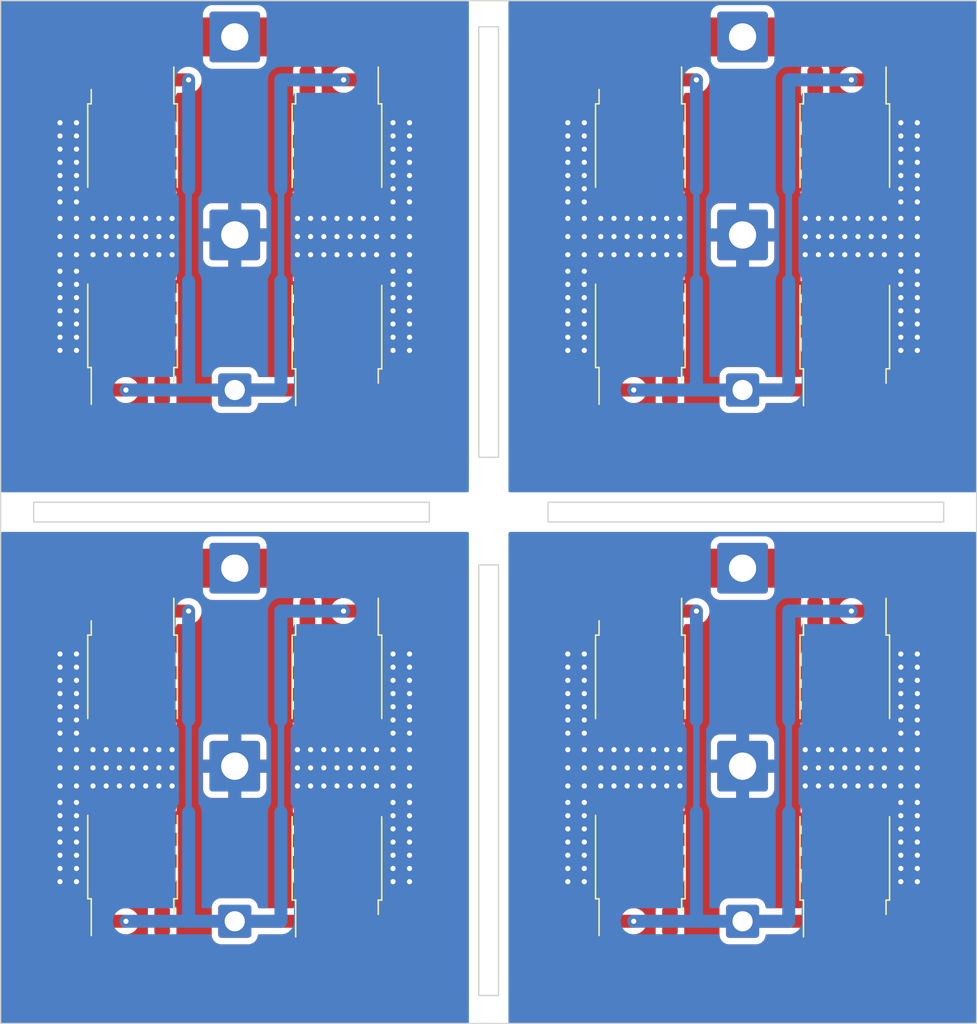
<source format=kicad_pcb>
(kicad_pcb (version 20221018) (generator pcbnew)
  (layers (0 "F.Cu" signal) (31 "B.Cu" signal) (34 "B.Paste" user) (35 "F.Paste" user) (36 "B.SilkS" user "B.Silkscreen") (37 "F.SilkS" user "F.Silkscreen") (38 "B.Mask" user) (39 "F.Mask" user) (44 "Edge.Cuts" user))
  (net 0 "")
  (net 1 "Net-(J1-Pin_1)")
  (net 2 "Net-(J2-Pin_1)")
  (net 3 "Net-(J3-Pin_1)")
  (footprint "Connector_Wire:SolderWire-1.5sqmm_1x01_D1.7mm_OD3.9mm" (layer "F.Cu") (at 94.234 97.028)
    (fp_text reference "J1" hide)
    (fp_text value "Drain")
  )
  (footprint "Package_TO_SOT_SMD:TO-252-2" (layer "F.Cu") (at 86.36 90.248 -90)
    (fp_text reference "Q3" hide)
    (fp_text value "NCE3090")
  )
  (footprint "Package_TO_SOT_SMD:TO-252-2" (layer "F.Cu") (at 141.225 63.133 90)
    (fp_text reference "Q2" hide)
    (fp_text value "NCE3090")
  )
  (footprint "Connector_Wire:SolderWire-1.5sqmm_1x01_D1.7mm_OD3.9mm" (layer "F.Cu") (at 133.351 56.134)
    (fp_text reference "J1" hide)
    (fp_text value "Drain")
  )
  (footprint "Connector_Wire:SolderWire-1.5sqmm_1x01_D1.7mm_OD3.9mm" (layer "F.Cu") (at 133.351 97.028)
    (fp_text reference "J1" hide)
    (fp_text value "Drain")
  )
  (footprint "Package_TO_SOT_SMD:TO-252-2" (layer "F.Cu") (at 102.108 63.133 90)
    (fp_text reference "Q2" hide)
    (fp_text value "NCE3090")
  )
  (footprint "Package_TO_SOT_SMD:TO-252-2" (layer "F.Cu") (at 141.225 49.354 -90)
    (fp_text reference "Q4" hide)
    (fp_text value "NCE3090")
  )
  (footprint "Package_TO_SOT_SMD:TO-252-2" (layer "F.Cu") (at 86.36 49.354 -90)
    (fp_text reference "Q3" hide)
    (fp_text value "NCE3090")
  )
  (footprint "Package_TO_SOT_SMD:TO-252-2" (layer "F.Cu") (at 125.477 90.248 -90)
    (fp_text reference "Q3" hide)
    (fp_text value "NCE3090")
  )
  (footprint "Package_TO_SOT_SMD:TO-252-2" (layer "F.Cu") (at 125.478 63.032 90)
    (fp_text reference "Q1" hide)
    (fp_text value "NCE3090")
  )
  (footprint "Connector_Wire:SolderWire-1.5sqmm_1x01_D1.7mm_OD3.9mm" (layer "F.Cu") (at 133.351 81.788)
    (fp_text reference "J3" hide)
    (fp_text value "Source")
  )
  (footprint "Package_TO_SOT_SMD:TO-252-2" (layer "F.Cu") (at 102.108 104.027 90)
    (fp_text reference "Q2" hide)
    (fp_text value "NCE3090")
  )
  (footprint "Connector_Wire:SolderWire-0.75sqmm_1x01_D1.25mm_OD2.3mm" (layer "F.Cu") (at 133.351 108.966)
    (fp_text reference "J2" hide)
    (fp_text value "Gate")
  )
  (footprint "Connector_Wire:SolderWire-1.5sqmm_1x01_D1.7mm_OD3.9mm" (layer "F.Cu") (at 94.234 81.788)
    (fp_text reference "J3" hide)
    (fp_text value "Source")
  )
  (footprint "Connector_Wire:SolderWire-1.5sqmm_1x01_D1.7mm_OD3.9mm" (layer "F.Cu") (at 94.234 56.134)
    (fp_text reference "J1" hide)
    (fp_text value "Drain")
  )
  (footprint "Connector_Wire:SolderWire-1.5sqmm_1x01_D1.7mm_OD3.9mm" (layer "F.Cu") (at 133.351 40.894)
    (fp_text reference "J3" hide)
    (fp_text value "Source")
  )
  (footprint "Package_TO_SOT_SMD:TO-252-2" (layer "F.Cu") (at 102.108 49.354 -90)
    (fp_text reference "Q4" hide)
    (fp_text value "NCE3090")
  )
  (footprint "Package_TO_SOT_SMD:TO-252-2" (layer "F.Cu") (at 86.361 103.926 90)
    (fp_text reference "Q1" hide)
    (fp_text value "NCE3090")
  )
  (footprint "Connector_Wire:SolderWire-0.75sqmm_1x01_D1.25mm_OD2.3mm" (layer "F.Cu") (at 133.351 68.072)
    (fp_text reference "J2" hide)
    (fp_text value "Gate")
  )
  (footprint "Package_TO_SOT_SMD:TO-252-2" (layer "F.Cu") (at 125.477 49.354 -90)
    (fp_text reference "Q3" hide)
    (fp_text value "NCE3090")
  )
  (footprint "Package_TO_SOT_SMD:TO-252-2" (layer "F.Cu") (at 86.361 63.032 90)
    (fp_text reference "Q1" hide)
    (fp_text value "NCE3090")
  )
  (footprint "Connector_Wire:SolderWire-1.5sqmm_1x01_D1.7mm_OD3.9mm" (layer "F.Cu") (at 94.234 40.894)
    (fp_text reference "J3" hide)
    (fp_text value "Source")
  )
  (footprint "Connector_Wire:SolderWire-0.75sqmm_1x01_D1.25mm_OD2.3mm" (layer "F.Cu") (at 94.234 108.966)
    (fp_text reference "J2" hide)
    (fp_text value "Gate")
  )
  (footprint "Package_TO_SOT_SMD:TO-252-2" (layer "F.Cu") (at 141.225 104.027 90)
    (fp_text reference "Q2" hide)
    (fp_text value "NCE3090")
  )
  (footprint "Package_TO_SOT_SMD:TO-252-2" (layer "F.Cu") (at 102.108 90.248 -90)
    (fp_text reference "Q4" hide)
    (fp_text value "NCE3090")
  )
  (footprint "Package_TO_SOT_SMD:TO-252-2" (layer "F.Cu") (at 125.478 103.926 90)
    (fp_text reference "Q1" hide)
    (fp_text value "NCE3090")
  )
  (footprint "Connector_Wire:SolderWire-0.75sqmm_1x01_D1.25mm_OD2.3mm" (layer "F.Cu") (at 94.234 68.072)
    (fp_text reference "J2" hide)
    (fp_text value "Gate")
  )
  (footprint "Package_TO_SOT_SMD:TO-252-2" (layer "F.Cu") (at 141.225 90.248 -90)
    (fp_text reference "Q4" hide)
    (fp_text value "NCE3090")
  )
  (gr_rect (start 118.365 76.708) (end 148.845 78.232) (stroke (width 0.1)) (fill none) (layer "Edge.Cuts"))
  (gr_rect (start 78.74 76.708) (end 109.22 78.232) (stroke (width 0.1)) (fill none) (layer "Edge.Cuts"))
  (gr_rect (start 113.03 81.534) (end 114.554 114.681) (stroke (width 0.1)) (fill none) (layer "Edge.Cuts"))
  (gr_rect (start 113.03 40.1066) (end 114.554 73.2536) (stroke (width 0.1)) (fill none) (layer "Edge.Cuts"))
  (gr_rect (start 76.2 38.1) (end 151.384 116.84) (stroke (width 0.1)) (fill none) (layer "Edge.Cuts"))
  (via (at 106.426 104.902) (size 0.8) (drill 0.4) (layers "F.Cu" "B.Cu") (net 1))
  (via (at 102.108 98.552) (size 0.8) (drill 0.4) (layers "F.Cu" "B.Cu") (net 1))
  (via (at 146.813 47.498) (size 0.8) (drill 0.4) (layers "F.Cu" "B.Cu") (net 1))
  (via (at 107.696 64.008) (size 0.8) (drill 0.4) (layers "F.Cu" "B.Cu") (net 1))
  (via (at 119.889 94.488) (size 0.8) (drill 0.4) (layers "F.Cu" "B.Cu") (net 1))
  (via (at 145.543 61.976) (size 0.8) (drill 0.4) (layers "F.Cu" "B.Cu") (net 1))
  (via (at 145.543 89.408) (size 0.8) (drill 0.4) (layers "F.Cu" "B.Cu") (net 1))
  (via (at 103.124 95.758) (size 0.8) (drill 0.4) (layers "F.Cu" "B.Cu") (net 1))
  (via (at 107.696 94.488) (size 0.8) (drill 0.4) (layers "F.Cu" "B.Cu") (net 1))
  (via (at 103.124 57.658) (size 0.8) (drill 0.4) (layers "F.Cu" "B.Cu") (net 1))
  (via (at 103.124 98.552) (size 0.8) (drill 0.4) (layers "F.Cu" "B.Cu") (net 1))
  (via (at 88.392 56.261) (size 0.8) (drill 0.4) (layers "F.Cu" "B.Cu") (net 1))
  (via (at 145.543 50.546) (size 0.8) (drill 0.4) (layers "F.Cu" "B.Cu") (net 1))
  (via (at 125.477 57.658) (size 0.8) (drill 0.4) (layers "F.Cu" "B.Cu") (net 1))
  (via (at 80.772 52.578) (size 0.8) (drill 0.4) (layers "F.Cu" "B.Cu") (net 1))
  (via (at 144.273 57.658) (size 0.8) (drill 0.4) (layers "F.Cu" "B.Cu") (net 1))
  (via (at 86.36 98.552) (size 0.8) (drill 0.4) (layers "F.Cu" "B.Cu") (net 1))
  (via (at 107.696 103.886) (size 0.8) (drill 0.4) (layers "F.Cu" "B.Cu") (net 1))
  (via (at 145.543 59.944) (size 0.8) (drill 0.4) (layers "F.Cu" "B.Cu") (net 1))
  (via (at 122.429 95.758) (size 0.8) (drill 0.4) (layers "F.Cu" "B.Cu") (net 1))
  (via (at 80.772 95.758) (size 0.8) (drill 0.4) (layers "F.Cu" "B.Cu") (net 1))
  (via (at 107.696 47.498) (size 0.8) (drill 0.4) (layers "F.Cu" "B.Cu") (net 1))
  (via (at 140.209 57.658) (size 0.8) (drill 0.4) (layers "F.Cu" "B.Cu") (net 1))
  (via (at 123.445 98.552) (size 0.8) (drill 0.4) (layers "F.Cu" "B.Cu") (net 1))
  (via (at 106.426 102.87) (size 0.8) (drill 0.4) (layers "F.Cu" "B.Cu") (net 1))
  (via (at 107.696 99.822) (size 0.8) (drill 0.4) (layers "F.Cu" "B.Cu") (net 1))
  (via (at 80.772 65.024) (size 0.8) (drill 0.4) (layers "F.Cu" "B.Cu") (net 1))
  (via (at 119.889 64.008) (size 0.8) (drill 0.4) (layers "F.Cu" "B.Cu") (net 1))
  (via (at 86.36 95.758) (size 0.8) (drill 0.4) (layers "F.Cu" "B.Cu") (net 1))
  (via (at 145.543 56.261) (size 0.8) (drill 0.4) (layers "F.Cu" "B.Cu") (net 1))
  (via (at 119.889 101.854) (size 0.8) (drill 0.4) (layers "F.Cu" "B.Cu") (net 1))
  (via (at 140.209 56.261) (size 0.8) (drill 0.4) (layers "F.Cu" "B.Cu") (net 1))
  (via (at 87.376 54.864) (size 0.8) (drill 0.4) (layers "F.Cu" "B.Cu") (net 1))
  (via (at 119.889 65.024) (size 0.8) (drill 0.4) (layers "F.Cu" "B.Cu") (net 1))
  (via (at 121.159 101.854) (size 0.8) (drill 0.4) (layers "F.Cu" "B.Cu") (net 1))
  (via (at 80.772 100.838) (size 0.8) (drill 0.4) (layers "F.Cu" "B.Cu") (net 1))
  (via (at 105.156 97.155) (size 0.8) (drill 0.4) (layers "F.Cu" "B.Cu") (net 1))
  (via (at 80.772 99.822) (size 0.8) (drill 0.4) (layers "F.Cu" "B.Cu") (net 1))
  (via (at 105.156 95.758) (size 0.8) (drill 0.4) (layers "F.Cu" "B.Cu") (net 1))
  (via (at 119.889 91.44) (size 0.8) (drill 0.4) (layers "F.Cu" "B.Cu") (net 1))
  (via (at 119.889 61.976) (size 0.8) (drill 0.4) (layers "F.Cu" "B.Cu") (net 1))
  (via (at 87.376 57.658) (size 0.8) (drill 0.4) (layers "F.Cu" "B.Cu") (net 1))
  (via (at 80.772 64.008) (size 0.8) (drill 0.4) (layers "F.Cu" "B.Cu") (net 1))
  (via (at 106.426 57.658) (size 0.8) (drill 0.4) (layers "F.Cu" "B.Cu") (net 1))
  (via (at 101.092 57.658) (size 0.8) (drill 0.4) (layers "F.Cu" "B.Cu") (net 1))
  (via (at 87.376 56.261) (size 0.8) (drill 0.4) (layers "F.Cu" "B.Cu") (net 1))
  (via (at 128.525 97.155) (size 0.8) (drill 0.4) (layers "F.Cu" "B.Cu") (net 1))
  (via (at 106.426 93.472) (size 0.8) (drill 0.4) (layers "F.Cu" "B.Cu") (net 1))
  (via (at 146.813 89.408) (size 0.8) (drill 0.4) (layers "F.Cu" "B.Cu") (net 1))
  (via (at 144.273 95.758) (size 0.8) (drill 0.4) (layers "F.Cu" "B.Cu") (net 1))
  (via (at 106.426 105.918) (size 0.8) (drill 0.4) (layers "F.Cu" "B.Cu") (net 1))
  (via (at 146.813 51.562) (size 0.8) (drill 0.4) (layers "F.Cu" "B.Cu") (net 1))
  (via (at 145.543 100.838) (size 0.8) (drill 0.4) (layers "F.Cu" "B.Cu") (net 1))
  (via (at 143.257 95.758) (size 0.8) (drill 0.4) (layers "F.Cu" "B.Cu") (net 1))
  (via (at 82.042 50.546) (size 0.8) (drill 0.4) (layers "F.Cu" "B.Cu") (net 1))
  (via (at 119.889 93.472) (size 0.8) (drill 0.4) (layers "F.Cu" "B.Cu") (net 1))
  (via (at 146.813 48.514) (size 0.8) (drill 0.4) (layers "F.Cu" "B.Cu") (net 1))
  (via (at 121.159 92.456) (size 0.8) (drill 0.4) (layers "F.Cu" "B.Cu") (net 1))
  (via (at 128.525 95.758) (size 0.8) (drill 0.4) (layers "F.Cu" "B.Cu") (net 1))
  (via (at 82.042 90.424) (size 0.8) (drill 0.4) (layers "F.Cu" "B.Cu") (net 1))
  (via (at 80.772 61.976) (size 0.8) (drill 0.4) (layers "F.Cu" "B.Cu") (net 1))
  (via (at 106.426 50.546) (size 0.8) (drill 0.4) (layers "F.Cu" "B.Cu") (net 1))
  (via (at 145.543 99.822) (size 0.8) (drill 0.4) (layers "F.Cu" "B.Cu") (net 1))
  (via (at 82.042 103.886) (size 0.8) (drill 0.4) (layers "F.Cu" "B.Cu") (net 1))
  (via (at 119.889 88.392) (size 0.8) (drill 0.4) (layers "F.Cu" "B.Cu") (net 1))
  (via (at 145.543 54.864) (size 0.8) (drill 0.4) (layers "F.Cu" "B.Cu") (net 1))
  (via (at 119.889 97.155) (size 0.8) (drill 0.4) (layers "F.Cu" "B.Cu") (net 1))
  (via (at 146.813 91.44) (size 0.8) (drill 0.4) (layers "F.Cu" "B.Cu") (net 1))
  (via (at 145.543 49.53) (size 0.8) (drill 0.4) (layers "F.Cu" "B.Cu") (net 1))
  (via (at 146.813 53.594) (size 0.8) (drill 0.4) (layers "F.Cu" "B.Cu") (net 1))
  (via (at 80.772 88.392) (size 0.8) (drill 0.4) (layers "F.Cu" "B.Cu") (net 1))
  (via (at 138.177 56.261) (size 0.8) (drill 0.4) (layers "F.Cu" "B.Cu") (net 1))
  (via (at 146.813 57.658) (size 0.8) (drill 0.4) (layers "F.Cu" "B.Cu") (net 1))
  (via (at 138.177 98.552) (size 0.8) (drill 0.4) (layers "F.Cu" "B.Cu") (net 1))
  (via (at 125.477 95.758) (size 0.8) (drill 0.4) (layers "F.Cu" "B.Cu") (net 1))
  (via (at 146.813 104.902) (size 0.8) (drill 0.4) (layers "F.Cu" "B.Cu") (net 1))
  (via (at 85.344 56.261) (size 0.8) (drill 0.4) (layers "F.Cu" "B.Cu") (net 1))
  (via (at 80.772 93.472) (size 0.8) (drill 0.4) (layers "F.Cu" "B.Cu") (net 1))
  (via (at 86.36 54.864) (size 0.8) (drill 0.4) (layers "F.Cu" "B.Cu") (net 1))
  (via (at 126.493 56.261) (size 0.8) (drill 0.4) (layers "F.Cu" "B.Cu") (net 1))
  (via (at 80.772 62.992) (size 0.8) (drill 0.4) (layers "F.Cu" "B.Cu") (net 1))
  (via (at 89.408 95.758) (size 0.8) (drill 0.4) (layers "F.Cu" "B.Cu") (net 1))
  (via (at 106.426 94.488) (size 0.8) (drill 0.4) (layers "F.Cu" "B.Cu") (net 1))
  (via (at 145.543 58.928) (size 0.8) (drill 0.4) (layers "F.Cu" "B.Cu") (net 1))
  (via (at 107.696 100.838) (size 0.8) (drill 0.4) (layers "F.Cu" "B.Cu") (net 1))
  (via (at 84.328 56.261) (size 0.8) (drill 0.4) (layers "F.Cu" "B.Cu") (net 1))
  (via (at 139.193 97.155) (size 0.8) (drill 0.4) (layers "F.Cu" "B.Cu") (net 1))
  (via (at 145.543 64.008) (size 0.8) (drill 0.4) (layers "F.Cu" "B.Cu") (net 1))
  (via (at 119.889 92.456) (size 0.8) (drill 0.4) (layers "F.Cu" "B.Cu") (net 1))
  (via (at 141.225 95.758) (size 0.8) (drill 0.4) (layers "F.Cu" "B.Cu") (net 1))
  (via (at 119.889 103.886) (size 0.8) (drill 0.4) (layers "F.Cu" "B.Cu") (net 1))
  (via (at 80.772 59.944) (size 0.8) (drill 0.4) (layers "F.Cu" "B.Cu") (net 1))
  (via (at 146.813 105.918) (size 0.8) (drill 0.4) (layers "F.Cu" "B.Cu") (net 1))
  (via (at 80.772 58.928) (size 0.8) (drill 0.4) (layers "F.Cu" "B.Cu") (net 1))
  (via (at 80.772 104.902) (size 0.8) (drill 0.4) (layers "F.Cu" "B.Cu") (net 1))
  (via (at 146.813 90.424) (size 0.8) (drill 0.4) (layers "F.Cu" "B.Cu") (net 1))
  (via (at 145.543 51.562) (size 0.8) (drill 0.4) (layers "F.Cu" "B.Cu") (net 1))
  (via (at 146.813 93.472) (size 0.8) (drill 0.4) (layers "F.Cu" "B.Cu") (net 1))
  (via (at 80.772 56.261) (size 0.8) (drill 0.4) (layers "F.Cu" "B.Cu") (net 1))
  (via (at 106.426 62.992) (size 0.8) (drill 0.4) (layers "F.Cu" "B.Cu") (net 1))
  (via (at 89.408 56.261) (size 0.8) (drill 0.4) (layers "F.Cu" "B.Cu") (net 1))
  (via (at 99.06 56.261) (size 0.8) (drill 0.4) (layers "F.Cu" "B.Cu") (net 1))
  (via (at 82.042 98.552) (size 0.8) (drill 0.4) (layers "F.Cu" "B.Cu") (net 1))
  (via (at 82.042 53.594) (size 0.8) (drill 0.4) (layers "F.Cu" "B.Cu") (net 1))
  (via (at 107.696 50.546) (size 0.8) (drill 0.4) (layers "F.Cu" "B.Cu") (net 1))
  (via (at 80.772 60.96) (size 0.8) (drill 0.4) (layers "F.Cu" "B.Cu") (net 1))
  (via (at 85.344 97.155) (size 0.8) (drill 0.4) (layers "F.Cu" "B.Cu") (net 1))
  (via (at 80.772 103.886) (size 0.8) (drill 0.4) (layers "F.Cu" "B.Cu") (net 1))
  (via (at 146.813 50.546) (size 0.8) (drill 0.4) (layers "F.Cu" "B.Cu") (net 1))
  (via (at 121.159 102.87) (size 0.8) (drill 0.4) (layers "F.Cu" "B.Cu") (net 1))
  (via (at 145.543 65.024) (size 0.8) (drill 0.4) (layers "F.Cu" "B.Cu") (net 1))
  (via (at 125.477 98.552) (size 0.8) (drill 0.4) (layers "F.Cu" "B.Cu") (net 1))
  (via (at 105.156 54.864) (size 0.8) (drill 0.4) (layers "F.Cu" "B.Cu") (net 1))
  (via (at 145.543 91.44) (size 0.8) (drill 0.4) (layers "F.Cu" "B.Cu") (net 1))
  (via (at 80.772 92.456) (size 0.8) (drill 0.4) (layers "F.Cu" "B.Cu") (net 1))
  (via (at 124.461 95.758) (size 0.8) (drill 0.4) (layers "F.Cu" "B.Cu") (net 1))
  (via (at 146.813 95.758) (size 0.8) (drill 0.4) (layers "F.Cu" "B.Cu") (net 1))
  (via (at 103.124 97.155) (size 0.8) (drill 0.4) (layers "F.Cu" "B.Cu") (net 1))
  (via (at 126.493 98.552) (size 0.8) (drill 0.4) (layers "F.Cu" "B.Cu") (net 1))
  (via (at 80.772 105.918) (size 0.8) (drill 0.4) (layers "F.Cu" "B.Cu") (net 1))
  (via (at 122.429 57.658) (size 0.8) (drill 0.4) (layers "F.Cu" "B.Cu") (net 1))
  (via (at 121.159 49.53) (size 0.8) (drill 0.4) (layers "F.Cu" "B.Cu") (net 1))
  (via (at 89.408 54.864) (size 0.8) (drill 0.4) (layers "F.Cu" "B.Cu") (net 1))
  (via (at 121.159 94.488) (size 0.8) (drill 0.4) (layers "F.Cu" "B.Cu") (net 1))
  (via (at 107.696 105.918) (size 0.8) (drill 0.4) (layers "F.Cu" "B.Cu") (net 1))
  (via (at 80.772 97.155) (size 0.8) (drill 0.4) (layers "F.Cu" "B.Cu") (net 1))
  (via (at 83.312 98.552) (size 0.8) (drill 0.4) (layers "F.Cu" "B.Cu") (net 1))
  (via (at 126.493 95.758) (size 0.8) (drill 0.4) (layers "F.Cu" "B.Cu") (net 1))
  (via (at 143.257 54.864) (size 0.8) (drill 0.4) (layers "F.Cu" "B.Cu") (net 1))
  (via (at 141.225 54.864) (size 0.8) (drill 0.4) (layers "F.Cu" "B.Cu") (net 1))
  (via (at 104.14 98.552) (size 0.8) (drill 0.4) (layers "F.Cu" "B.Cu") (net 1))
  (via (at 141.225 98.552) (size 0.8) (drill 0.4) (layers "F.Cu" "B.Cu") (net 1))
  (via (at 140.209 98.552) (size 0.8) (drill 0.4) (layers "F.Cu" "B.Cu") (net 1))
  (via (at 99.06 54.864) (size 0.8) (drill 0.4) (layers "F.Cu" "B.Cu") (net 1))
  (via (at 84.328 54.864) (size 0.8) (drill 0.4) (layers "F.Cu" "B.Cu") (net 1))
  (via (at 122.429 54.864) (size 0.8) (drill 0.4) (layers "F.Cu" "B.Cu") (net 1))
  (via (at 82.042 61.976) (size 0.8) (drill 0.4) (layers "F.Cu" "B.Cu") (net 1))
  (via (at 84.328 98.552) (size 0.8) (drill 0.4) (layers "F.Cu" "B.Cu") (net 1))
  (via (at 145.543 52.578) (size 0.8) (drill 0.4) (layers "F.Cu" "B.Cu") (net 1))
  (via (at 102.108 54.864) (size 0.8) (drill 0.4) (layers "F.Cu" "B.Cu") (net 1))
  (via (at 106.426 54.864) (size 0.8) (drill 0.4) (layers "F.Cu" "B.Cu") (net 1))
  (via (at 121.159 62.992) (size 0.8) (drill 0.4) (layers "F.Cu" "B.Cu") (net 1))
  (via (at 119.889 104.902) (size 0.8) (drill 0.4) (layers "F.Cu" "B.Cu") (net 1))
  (via (at 107.696 104.902) (size 0.8) (drill 0.4) (layers "F.Cu" "B.Cu") (net 1))
  (via (at 106.426 47.498) (size 0.8) (drill 0.4) (layers "F.Cu" "B.Cu") (net 1))
  (via (at 106.426 52.578) (size 0.8) (drill 0.4) (layers "F.Cu" "B.Cu") (net 1))
  (via (at 106.426 53.594) (size 0.8) (drill 0.4) (layers "F.Cu" "B.Cu") (net 1))
  (via (at 102.108 56.261) (size 0.8) (drill 0.4) (layers "F.Cu" "B.Cu") (net 1))
  (via (at 145.543 104.902) (size 0.8) (drill 0.4) (layers "F.Cu" "B.Cu") (net 1))
  (via (at 82.042 47.498) (size 0.8) (drill 0.4) (layers "F.Cu" "B.Cu") (net 1))
  (via (at 83.312 56.261) (size 0.8) (drill 0.4) (layers "F.Cu" "B.Cu") (net 1))
  (via (at 80.772 101.854) (size 0.8) (drill 0.4) (layers "F.Cu" "B.Cu") (net 1))
  (via (at 139.193 98.552) (size 0.8) (drill 0.4) (layers "F.Cu" "B.Cu") (net 1))
  (via (at 85.344 98.552) (size 0.8) (drill 0.4) (layers "F.Cu" "B.Cu") (net 1))
  (via (at 143.257 56.261) (size 0.8) (drill 0.4) (layers "F.Cu" "B.Cu") (net 1))
  (via (at 82.042 88.392) (size 0.8) (drill 0.4) (layers "F.Cu" "B.Cu") (net 1))
  (via (at 82.042 49.53) (size 0.8) (drill 0.4) (layers "F.Cu" "B.Cu") (net 1))
  (via (at 101.092 97.155) (size 0.8) (drill 0.4) (layers "F.Cu" "B.Cu") (net 1))
  (via (at 128.525 57.658) (size 0.8) (drill 0.4) (layers "F.Cu" "B.Cu") (net 1))
  (via (at 145.543 62.992) (size 0.8) (drill 0.4) (layers "F.Cu" "B.Cu") (net 1))
  (via (at 101.092 56.261) (size 0.8) (drill 0.4) (layers "F.Cu" "B.Cu") (net 1))
  (via (at 80.772 94.488) (size 0.8) (drill 0.4) (layers "F.Cu" "B.Cu") (net 1))
  (via (at 144.273 97.155) (size 0.8) (drill 0.4) (layers "F.Cu" "B.Cu") (net 1))
  (via (at 144.273 56.261) (size 0.8) (drill 0.4) (layers "F.Cu" "B.Cu") (net 1))
  (via (at 107.696 60.96) (size 0.8) (drill 0.4) (layers "F.Cu" "B.Cu") (net 1))
  (via (at 146.813 64.008) (size 0.8) (drill 0.4) (layers "F.Cu" "B.Cu") (net 1))
  (via (at 99.06 95.758) (size 0.8) (drill 0.4) (layers "F.Cu" "B.Cu") (net 1))
  (via (at 140.209 54.864) (size 0.8) (drill 0.4) (layers "F.Cu" "B.Cu") (net 1))
  (via (at 121.159 98.552) (size 0.8) (drill 0.4) (layers "F.Cu" "B.Cu") (net 1))
  (via (at 142.241 98.552) (size 0.8) (drill 0.4) (layers "F.Cu" "B.Cu") (net 1))
  (via (at 106.426 58.928) (size 0.8) (drill 0.4) (layers "F.Cu" "B.Cu") (net 1))
  (via (at 84.328 95.758) (size 0.8) (drill 0.4) (layers "F.Cu" "B.Cu") (net 1))
  (via (at 107.696 88.392) (size 0.8) (drill 0.4) (layers "F.Cu" "B.Cu") (net 1))
  (via (at 146.813 97.155) (size 0.8) (drill 0.4) (layers "F.Cu" "B.Cu") (net 1))
  (via (at 89.408 97.155) (size 0.8) (drill 0.4) (layers "F.Cu" "B.Cu") (net 1))
  (via (at 84.328 97.155) (size 0.8) (drill 0.4) (layers "F.Cu" "B.Cu") (net 1))
  (via (at 82.042 60.96) (size 0.8) (drill 0.4) (layers "F.Cu" "B.Cu") (net 1))
  (via (at 107.696 58.928) (size 0.8) (drill 0.4) (layers "F.Cu" "B.Cu") (net 1))
  (via (at 80.772 90.424) (size 0.8) (drill 0.4) (layers "F.Cu" "B.Cu") (net 1))
  (via (at 126.493 57.658) (size 0.8) (drill 0.4) (layers "F.Cu" "B.Cu") (net 1))
  (via (at 106.426 59.944) (size 0.8) (drill 0.4) (layers "F.Cu" "B.Cu") (net 1))
  (via (at 121.159 51.562) (size 0.8) (drill 0.4) (layers "F.Cu" "B.Cu") (net 1))
  (via (at 107.696 61.976) (size 0.8) (drill 0.4) (layers "F.Cu" "B.Cu") (net 1))
  (via (at 82.042 99.822) (size 0.8) (drill 0.4) (layers "F.Cu" "B.Cu") (net 1))
  (via (at 88.392 54.864) (size 0.8) (drill 0.4) (layers "F.Cu" "B.Cu") (net 1))
  (via (at 100.076 97.155) (size 0.8) (drill 0.4) (layers "F.Cu" "B.Cu") (net 1))
  (via (at 142.241 54.864) (size 0.8) (drill 0.4) (layers "F.Cu" "B.Cu") (net 1))
  (via (at 145.543 92.456) (size 0.8) (drill 0.4) (layers "F.Cu" "B.Cu") (net 1))
  (via (at 106.426 64.008) (size 0.8) (drill 0.4) (layers "F.Cu" "B.Cu") (net 1))
  (via (at 124.461 98.552) (size 0.8) (drill 0.4) (layers "F.Cu" "B.Cu") (net 1))
  (via (at 124.461 56.261) (size 0.8) (drill 0.4) (layers "F.Cu" "B.Cu") (net 1))
  (via (at 107.696 102.87) (size 0.8) (drill 0.4) (layers "F.Cu" "B.Cu") (net 1))
  (via (at 119.889 105.918) (size 0.8) (drill 0.4) (layers "F.Cu" "B.Cu") (net 1))
  (via (at 145.543 105.918) (size 0.8) (drill 0.4) (layers "F.Cu" "B.Cu") (net 1))
  (via (at 143.257 98.552) (size 0.8) (drill 0.4) (layers "F.Cu" "B.Cu") (net 1))
  (via (at 106.426 97.155) (size 0.8) (drill 0.4) (layers "F.Cu" "B.Cu") (net 1))
  (via (at 127.509 56.261) (size 0.8) (drill 0.4) (layers "F.Cu" "B.Cu") (net 1))
  (via (at 119.889 99.822) (size 0.8) (drill 0.4) (layers "F.Cu" "B.Cu") (net 1))
  (via (at 82.042 58.928) (size 0.8) (drill 0.4) (layers "F.Cu" "B.Cu") (net 1))
  (via (at 107.696 56.261) (size 0.8) (drill 0.4) (layers "F.Cu" "B.Cu") (net 1))
  (via (at 119.889 57.658) (size 0.8) (drill 0.4) (layers "F.Cu" "B.Cu") (net 1))
  (via (at 121.159 50.546) (size 0.8) (drill 0.4) (layers "F.Cu" "B.Cu") (net 1))
  (via (at 86.36 97.155) (size 0.8) (drill 0.4) (layers "F.Cu" "B.Cu") (net 1))
  (via (at 106.426 61.976) (size 0.8) (drill 0.4) (layers "F.Cu" "B.Cu") (net 1))
  (via (at 125.477 97.155) (size 0.8) (drill 0.4) (layers "F.Cu" "B.Cu") (net 1))
  (via (at 88.392 95.758) (size 0.8) (drill 0.4) (layers "F.Cu" "B.Cu") (net 1))
  (via (at 82.042 57.658) (size 0.8) (drill 0.4) (layers "F.Cu" "B.Cu") (net 1))
  (via (at 121.159 58.928) (size 0.8) (drill 0.4) (layers "F.Cu" "B.Cu") (net 1))
  (via (at 119.889 95.758) (size 0.8) (drill 0.4) (layers "F.Cu" "B.Cu") (net 1))
  (via (at 128.525 56.261) (size 0.8) (drill 0.4) (layers "F.Cu" "B.Cu") (net 1))
  (via (at 138.177 57.658) (size 0.8) (drill 0.4) (layers "F.Cu" "B.Cu") (net 1))
  (via (at 142.241 56.261) (size 0.8) (drill 0.4) (layers "F.Cu" "B.Cu") (net 1))
  (via (at 123.445 57.658) (size 0.8) (drill 0.4) (layers "F.Cu" "B.Cu") (net 1))
  (via (at 106.426 92.456) (size 0.8) (drill 0.4) (layers "F.Cu" "B.Cu") (net 1))
  (via (at 82.042 51.562) (size 0.8) (drill 0.4) (layers "F.Cu" "B.Cu") (net 1))
  (via (at 127.509 98.552) (size 0.8) (drill 0.4) (layers "F.Cu" "B.Cu") (net 1))
  (via (at 124.461 97.155) (size 0.8) (drill 0.4) (layers "F.Cu" "B.Cu") (net 1))
  (via (at 145.543 90.424) (size 0.8) (drill 0.4) (layers "F.Cu" "B.Cu") (net 1))
  (via (at 143.257 57.658) (size 0.8) (drill 0.4) (layers "F.Cu" "B.Cu") (net 1))
  (via (at 146.813 88.392) (size 0.8) (drill 0.4) (layers "F.Cu" "B.Cu") (net 1))
  (via (at 142.241 57.658) (size 0.8) (drill 0.4) (layers "F.Cu" "B.Cu") (net 1))
  (via (at 119.889 51.562) (size 0.8) (drill 0.4) (layers "F.Cu" "B.Cu") (net 1))
  (via (at 82.042 93.472) (size 0.8) (drill 0.4) (layers "F.Cu" "B.Cu") (net 1))
  (via (at 102.108 57.658) (size 0.8) (drill 0.4) (layers "F.Cu" "B.Cu") (net 1))
  (via (at 107.696 48.514) (size 0.8) (drill 0.4) (layers "F.Cu" "B.Cu") (net 1))
  (via (at 121.159 88.392) (size 0.8) (drill 0.4) (layers "F.Cu" "B.Cu") (net 1))
  (via (at 145.543 102.87) (size 0.8) (drill 0.4) (layers "F.Cu" "B.Cu") (net 1))
  (via (at 121.159 59.944) (size 0.8) (drill 0.4) (layers "F.Cu" "B.Cu") (net 1))
  (via (at 80.772 47.498) (size 0.8) (drill 0.4) (layers "F.Cu" "B.Cu") (net 1))
  (via (at 146.813 56.261) (size 0.8) (drill 0.4) (layers "F.Cu" "B.Cu") (net 1))
  (via (at 119.889 49.53) (size 0.8) (drill 0.4) (layers "F.Cu" "B.Cu") (net 1))
  (via (at 119.889 58.928) (size 0.8) (drill 0.4) (layers "F.Cu" "B.Cu") (net 1))
  (via (at 119.889 47.498) (size 0.8) (drill 0.4) (layers "F.Cu" "B.Cu") (net 1))
  (via (at 80.772 53.594) (size 0.8) (drill 0.4) (layers "F.Cu" "B.Cu") (net 1))
  (via (at 139.193 95.758) (size 0.8) (drill 0.4) (layers "F.Cu" "B.Cu") (net 1))
  (via (at 127.509 95.758) (size 0.8) (drill 0.4) (layers "F.Cu" "B.Cu") (net 1))
  (via (at 121.159 99.822) (size 0.8) (drill 0.4) (layers "F.Cu" "B.Cu") (net 1))
  (via (at 82.042 102.87) (size 0.8) (drill 0.4) (layers "F.Cu" "B.Cu") (net 1))
  (via (at 80.772 49.53) (size 0.8) (drill 0.4) (layers "F.Cu" "B.Cu") (net 1))
  (via (at 104.14 97.155) (size 0.8) (drill 0.4) (layers "F.Cu" "B.Cu") (net 1))
  (via (at 139.193 56.261) (size 0.8) (drill 0.4) (layers "F.Cu" "B.Cu") (net 1))
  (via (at 107.696 54.864) (size 0.8) (drill 0.4) (layers "F.Cu" "B.Cu") (net 1))
  (via (at 87.376 95.758) (size 0.8) (drill 0.4) (layers "F.Cu" "B.Cu") (net 1))
  (via (at 99.06 57.658) (size 0.8) (drill 0.4) (layers "F.Cu" "B.Cu") (net 1))
  (via (at 121.159 54.864) (size 0.8) (drill 0.4) (layers "F.Cu" "B.Cu") (net 1))
  (via (at 106.426 60.96) (size 0.8) (drill 0.4) (layers "F.Cu" "B.Cu") (net 1))
  (via (at 145.543 101.854) (size 0.8) (drill 0.4) (layers "F.Cu" "B.Cu") (net 1))
  (via (at 146.813 92.456) (size 0.8) (drill 0.4) (layers "F.Cu" "B.Cu") (net 1))
  (via (at 82.042 91.44) (size 0.8) (drill 0.4) (layers "F.Cu" "B.Cu") (net 1))
  (via (at 145.543 93.472) (size 0.8) (drill 0.4) (layers "F.Cu" "B.Cu") (net 1))
  (via (at 82.042 105.918) (size 0.8) (drill 0.4) (layers "F.Cu" "B.Cu") (net 1))
  (via (at 121.159 65.024) (size 0.8) (drill 0.4) (layers "F.Cu" "B.Cu") (net 1))
  (via (at 101.092 95.758) (size 0.8) (drill 0.4) (layers "F.Cu" "B.Cu") (net 1))
  (via (at 119.889 62.992) (size 0.8) (drill 0.4) (layers "F.Cu" "B.Cu") (net 1))
  (via (at 82.042 64.008) (size 0.8) (drill 0.4) (layers "F.Cu" "B.Cu") (net 1))
  (via (at 146.813 103.886) (size 0.8) (drill 0.4) (layers "F.Cu" "B.Cu") (net 1))
  (via (at 104.14 95.758) (size 0.8) (drill 0.4) (layers "F.Cu" "B.Cu") (net 1))
  (via (at 146.813 54.864) (size 0.8) (drill 0.4) (layers "F.Cu" "B.Cu") (net 1))
  (via (at 124.461 57.658) (size 0.8) (drill 0.4) (layers "F.Cu" "B.Cu") (net 1))
  (via (at 99.06 98.552) (size 0.8) (drill 0.4) (layers "F.Cu" "B.Cu") (net 1))
  (via (at 106.426 101.854) (size 0.8) (drill 0.4) (layers "F.Cu" "B.Cu") (net 1))
  (via (at 107.696 93.472) (size 0.8) (drill 0.4) (layers "F.Cu" "B.Cu") (net 1))
  (via (at 119.889 59.944) (size 0.8) (drill 0.4) (layers "F.Cu" "B.Cu") (net 1))
  (via (at 122.429 97.155) (size 0.8) (drill 0.4) (layers "F.Cu" "B.Cu") (net 1))
  (via (at 125.477 54.864) (size 0.8) (drill 0.4) (layers "F.Cu" "B.Cu") (net 1))
  (via (at 80.772 51.562) (size 0.8) (drill 0.4) (layers "F.Cu" "B.Cu") (net 1))
  (via (at 121.159 56.261) (size 0.8) (drill 0.4) (layers "F.Cu" "B.Cu") (net 1))
  (via (at 146.813 52.578) (size 0.8) (drill 0.4) (layers "F.Cu" "B.Cu") (net 1))
  (via (at 104.14 57.658) (size 0.8) (drill 0.4) (layers "F.Cu" "B.Cu") (net 1))
  (via (at 107.696 91.44) (size 0.8) (drill 0.4) (layers "F.Cu" "B.Cu") (net 1))
  (via (at 138.177 97.155) (size 0.8) (drill 0.4) (layers "F.Cu" "B.Cu") (net 1))
  (via (at 82.042 54.864) (size 0.8) (drill 0.4) (layers "F.Cu" "B.Cu") (net 1))
  (via (at 82.042 59.944) (size 0.8) (drill 0.4) (layers "F.Cu" "B.Cu") (net 1))
  (via (at 82.042 48.514) (size 0.8) (drill 0.4) (layers "F.Cu" "B.Cu") (net 1))
  (via (at 107.696 89.408) (size 0.8) (drill 0.4) (layers "F.Cu" "B.Cu") (net 1))
  (via (at 80.772 98.552) (size 0.8) (drill 0.4) (layers "F.Cu" "B.Cu") (net 1))
  (via (at 121.159 64.008) (size 0.8) (drill 0.4) (layers "F.Cu" "B.Cu") (net 1))
  (via (at 145.543 57.658) (size 0.8) (drill 0.4) (layers "F.Cu" "B.Cu") (net 1))
  (via (at 119.889 89.408) (size 0.8) (drill 0.4) (layers "F.Cu" "B.Cu") (net 1))
  (via (at 100.076 95.758) (size 0.8) (drill 0.4) (layers "F.Cu" "B.Cu") (net 1))
  (via (at 106.426 90.424) (size 0.8) (drill 0.4) (layers "F.Cu" "B.Cu") (net 1))
  (via (at 83.312 97.155) (size 0.8) (drill 0.4) (layers "F.Cu" "B.Cu") (net 1))
  (via (at 106.426 103.886) (size 0.8) (drill 0.4) (layers "F.Cu" "B.Cu") (net 1))
  (via (at 107.696 95.758) (size 0.8) (drill 0.4) (layers "F.Cu" "B.Cu") (net 1))
  (via (at 119.889 50.546) (size 0.8) (drill 0.4) (layers "F.Cu" "B.Cu") (net 1))
  (via (at 127.509 97.155) (size 0.8) (drill 0.4) (layers "F.Cu" "B.Cu") (net 1))
  (via (at 146.813 49.53) (size 0.8) (drill 0.4) (layers "F.Cu" "B.Cu") (net 1))
  (via (at 82.042 104.902) (size 0.8) (drill 0.4) (layers "F.Cu" "B.Cu") (net 1))
  (via (at 144.273 98.552) (size 0.8) (drill 0.4) (layers "F.Cu" "B.Cu") (net 1))
  (via (at 82.042 100.838) (size 0.8) (drill 0.4) (layers "F.Cu" "B.Cu") (net 1))
  (via (at 82.042 97.155) (size 0.8) (drill 0.4) (layers "F.Cu" "B.Cu") (net 1))
  (via (at 107.696 65.024) (size 0.8) (drill 0.4) (layers "F.Cu" "B.Cu") (net 1))
  (via (at 119.889 56.261) (size 0.8) (drill 0.4) (layers "F.Cu" "B.Cu") (net 1))
  (via (at 121.159 53.594) (size 0.8) (drill 0.4) (layers "F.Cu" "B.Cu") (net 1))
  (via (at 121.159 100.838) (size 0.8) (drill 0.4) (layers "F.Cu" "B.Cu") (net 1))
  (via (at 128.525 54.864) (size 0.8) (drill 0.4) (layers "F.Cu" "B.Cu") (net 1))
  (via (at 85.344 54.864) (size 0.8) (drill 0.4) (layers "F.Cu" "B.Cu") (net 1))
  (via (at 119.889 60.96) (size 0.8) (drill 0.4) (layers "F.Cu" "B.Cu") (net 1))
  (via (at 107.696 101.854) (size 0.8) (drill 0.4) (layers "F.Cu" "B.Cu") (net 1))
  (via (at 128.525 98.552) (size 0.8) (drill 0.4) (layers "F.Cu" "B.Cu") (net 1))
  (via (at 121.159 89.408) (size 0.8) (drill 0.4) (layers "F.Cu" "B.Cu") (net 1))
  (via (at 119.889 102.87) (size 0.8) (drill 0.4) (layers "F.Cu" "B.Cu") (net 1))
  (via (at 82.042 89.408) (size 0.8) (drill 0.4) (layers "F.Cu" "B.Cu") (net 1))
  (via (at 145.543 94.488) (size 0.8) (drill 0.4) (layers "F.Cu" "B.Cu") (net 1))
  (via (at 146.813 101.854) (size 0.8) (drill 0.4) (layers "F.Cu" "B.Cu") (net 1))
  (via (at 138.177 95.758) (size 0.8) (drill 0.4) (layers "F.Cu" "B.Cu") (net 1))
  (via (at 80.772 57.658) (size 0.8) (drill 0.4) (layers "F.Cu" "B.Cu") (net 1))
  (via (at 87.376 97.155) (size 0.8) (drill 0.4) (layers "F.Cu" "B.Cu") (net 1))
  (via (at 107.696 59.944) (size 0.8) (drill 0.4) (layers "F.Cu" "B.Cu") (net 1))
  (via (at 123.445 54.864) (size 0.8) (drill 0.4) (layers "F.Cu" "B.Cu") (net 1))
  (via (at 126.493 54.864) (size 0.8) (drill 0.4) (layers "F.Cu" "B.Cu") (net 1))
  (via (at 82.042 95.758) (size 0.8) (drill 0.4) (layers "F.Cu" "B.Cu") (net 1))
  (via (at 106.426 100.838) (size 0.8) (drill 0.4) (layers "F.Cu" "B.Cu") (net 1))
  (via (at 139.193 54.864) (size 0.8) (drill 0.4) (layers "F.Cu" "B.Cu") (net 1))
  (via (at 146.813 60.96) (size 0.8) (drill 0.4) (layers "F.Cu" "B.Cu") (net 1))
  (via (at 106.426 91.44) (size 0.8) (drill 0.4) (layers "F.Cu" "B.Cu") (net 1))
  (via (at 122.429 98.552) (size 0.8) (drill 0.4) (layers "F.Cu" "B.Cu") (net 1))
  (via (at 107.696 97.155) (size 0.8) (drill 0.4) (layers "F.Cu" "B.Cu") (net 1))
  (via (at 141.225 56.261) (size 0.8) (drill 0.4) (layers "F.Cu" "B.Cu") (net 1))
  (via (at 145.543 95.758) (size 0.8) (drill 0.4) (layers "F.Cu" "B.Cu") (net 1))
  (via (at 145.543 47.498) (size 0.8) (drill 0.4) (layers "F.Cu" "B.Cu") (net 1))
  (via (at 121.159 48.514) (size 0.8) (drill 0.4) (layers "F.Cu" "B.Cu") (net 1))
  (via (at 83.312 54.864) (size 0.8) (drill 0.4) (layers "F.Cu" "B.Cu") (net 1))
  (via (at 80.772 54.864) (size 0.8) (drill 0.4) (layers "F.Cu" "B.Cu") (net 1))
  (via (at 84.328 57.658) (size 0.8) (drill 0.4) (layers "F.Cu" "B.Cu") (net 1))
  (via (at 80.772 89.408) (size 0.8) (drill 0.4) (layers "F.Cu" "B.Cu") (net 1))
  (via (at 145.543 48.514) (size 0.8) (drill 0.4) (layers "F.Cu" "B.Cu") (net 1))
  (via (at 106.426 89.408) (size 0.8) (drill 0.4) (layers "F.Cu" "B.Cu") (net 1))
  (via (at 121.159 95.758) (size 0.8) (drill 0.4) (layers "F.Cu" "B.Cu") (net 1))
  (via (at 82.042 94.488) (size 0.8) (drill 0.4) (layers "F.Cu" "B.Cu") (net 1))
  (via (at 121.159 105.918) (size 0.8) (drill 0.4) (layers "F.Cu" "B.Cu") (net 1))
  (via (at 125.477 56.261) (size 0.8) (drill 0.4) (layers "F.Cu" "B.Cu") (net 1))
  (via (at 121.159 97.155) (size 0.8) (drill 0.4) (layers "F.Cu" "B.Cu") (net 1))
  (via (at 146.813 98.552) (size 0.8) (drill 0.4) (layers "F.Cu" "B.Cu") (net 1))
  (via (at 100.076 57.658) (size 0.8) (drill 0.4) (layers "F.Cu" "B.Cu") (net 1))
  (via (at 119.889 48.514) (size 0.8) (drill 0.4) (layers "F.Cu" "B.Cu") (net 1))
  (via (at 80.772 102.87) (size 0.8) (drill 0.4) (layers "F.Cu" "B.Cu") (net 1))
  (via (at 121.159 103.886) (size 0.8) (drill 0.4) (layers "F.Cu" "B.Cu") (net 1))
  (via (at 127.509 54.864) (size 0.8) (drill 0.4) (layers "F.Cu" "B.Cu") (net 1))
  (via (at 88.392 57.658) (size 0.8) (drill 0.4) (layers "F.Cu" "B.Cu") (net 1))
  (via (at 105.156 56.261) (size 0.8) (drill 0.4) (layers "F.Cu" "B.Cu") (net 1))
  (via (at 142.241 97.155) (size 0.8) (drill 0.4) (layers "F.Cu" "B.Cu") (net 1))
  (via (at 87.376 98.552) (size 0.8) (drill 0.4) (layers "F.Cu" "B.Cu") (net 1))
  (via (at 107.696 53.594) (size 0.8) (drill 0.4) (layers "F.Cu" "B.Cu") (net 1))
  (via (at 100.076 56.261) (size 0.8) (drill 0.4) (layers "F.Cu" "B.Cu") (net 1))
  (via (at 140.209 95.758) (size 0.8) (drill 0.4) (layers "F.Cu" "B.Cu") (net 1))
  (via (at 82.042 65.024) (size 0.8) (drill 0.4) (layers "F.Cu" "B.Cu") (net 1))
  (via (at 82.042 56.261) (size 0.8) (drill 0.4) (layers "F.Cu" "B.Cu") (net 1))
  (via (at 146.813 61.976) (size 0.8) (drill 0.4) (layers "F.Cu" "B.Cu") (net 1))
  (via (at 124.461 54.864) (size 0.8) (drill 0.4) (layers "F.Cu" "B.Cu") (net 1))
  (via (at 107.696 92.456) (size 0.8) (drill 0.4) (layers "F.Cu" "B.Cu") (net 1))
  (via (at 121.159 60.96) (size 0.8) (drill 0.4) (layers "F.Cu" "B.Cu") (net 1))
  (via (at 107.696 52.578) (size 0.8) (drill 0.4) (layers "F.Cu" "B.Cu") (net 1))
  (via (at 145.543 97.155) (size 0.8) (drill 0.4) (layers "F.Cu" "B.Cu") (net 1))
  (via (at 146.813 62.992) (size 0.8) (drill 0.4) (layers "F.Cu" "B.Cu") (net 1))
  (via (at 146.813 102.87) (size 0.8) (drill 0.4) (layers "F.Cu" "B.Cu") (net 1))
  (via (at 86.36 57.658) (size 0.8) (drill 0.4) (layers "F.Cu" "B.Cu") (net 1))
  (via (at 106.426 95.758) (size 0.8) (drill 0.4) (layers "F.Cu" "B.Cu") (net 1))
  (via (at 119.889 100.838) (size 0.8) (drill 0.4) (layers "F.Cu" "B.Cu") (net 1))
  (via (at 107.696 98.552) (size 0.8) (drill 0.4) (layers "F.Cu" "B.Cu") (net 1))
  (via (at 140.209 97.155) (size 0.8) (drill 0.4) (layers "F.Cu" "B.Cu") (net 1))
  (via (at 82.042 52.578) (size 0.8) (drill 0.4) (layers "F.Cu" "B.Cu") (net 1))
  (via (at 83.312 95.758) (size 0.8) (drill 0.4) (layers "F.Cu" "B.Cu") (net 1))
  (via (at 121.159 91.44) (size 0.8) (drill 0.4) (layers "F.Cu" "B.Cu") (net 1))
  (via (at 145.543 60.96) (size 0.8) (drill 0.4) (layers "F.Cu" "B.Cu") (net 1))
  (via (at 121.159 104.902) (size 0.8) (drill 0.4) (layers "F.Cu" "B.Cu") (net 1))
  (via (at 107.696 49.53) (size 0.8) (drill 0.4) (layers "F.Cu" "B.Cu") (net 1))
  (via (at 146.813 94.488) (size 0.8) (drill 0.4) (layers "F.Cu" "B.Cu") (net 1))
  (via (at 145.543 98.552) (size 0.8) (drill 0.4) (layers "F.Cu" "B.Cu") (net 1))
  (via (at 144.273 54.864) (size 0.8) (drill 0.4) (layers "F.Cu" "B.Cu") (net 1))
  (via (at 146.813 65.024) (size 0.8) (drill 0.4) (layers "F.Cu" "B.Cu") (net 1))
  (via (at 106.426 65.024) (size 0.8) (drill 0.4) (layers "F.Cu" "B.Cu") (net 1))
  (via (at 123.445 56.261) (size 0.8) (drill 0.4) (layers "F.Cu" "B.Cu") (net 1))
  (via (at 106.426 56.261) (size 0.8) (drill 0.4) (layers "F.Cu" "B.Cu") (net 1))
  (via (at 141.225 97.155) (size 0.8) (drill 0.4) (layers "F.Cu" "B.Cu") (net 1))
  (via (at 107.696 90.424) (size 0.8) (drill 0.4) (layers "F.Cu" "B.Cu") (net 1))
  (via (at 102.108 97.155) (size 0.8) (drill 0.4) (layers "F.Cu" "B.Cu") (net 1))
  (via (at 127.509 57.658) (size 0.8) (drill 0.4) (layers "F.Cu" "B.Cu") (net 1))
  (via (at 89.408 57.658) (size 0.8) (drill 0.4) (layers "F.Cu" "B.Cu") (net 1))
  (via (at 121.159 61.976) (size 0.8) (drill 0.4) (layers "F.Cu" "B.Cu") (net 1))
  (via (at 80.772 50.546) (size 0.8) (drill 0.4) (layers "F.Cu" "B.Cu") (net 1))
  (via (at 146.813 99.822) (size 0.8) (drill 0.4) (layers "F.Cu" "B.Cu") (net 1))
  (via (at 107.696 62.992) (size 0.8) (drill 0.4) (layers "F.Cu" "B.Cu") (net 1))
  (via (at 89.408 98.552) (size 0.8) (drill 0.4) (layers "F.Cu" "B.Cu") (net 1))
  (via (at 121.159 52.578) (size 0.8) (drill 0.4) (layers "F.Cu" "B.Cu") (net 1))
  (via (at 82.042 62.992) (size 0.8) (drill 0.4) (layers "F.Cu" "B.Cu") (net 1))
  (via (at 123.445 95.758) (size 0.8) (drill 0.4) (layers "F.Cu" "B.Cu") (net 1))
  (via (at 121.159 47.498) (size 0.8) (drill 0.4) (layers "F.Cu" "B.Cu") (net 1))
  (via (at 100.076 98.552) (size 0.8) (drill 0.4) (layers "F.Cu" "B.Cu") (net 1))
  (via (at 106.426 49.53) (size 0.8) (drill 0.4) (layers "F.Cu" "B.Cu") (net 1))
  (via (at 99.06 97.155) (size 0.8) (drill 0.4) (layers "F.Cu" "B.Cu") (net 1))
  (via (at 103.124 54.864) (size 0.8) (drill 0.4) (layers "F.Cu" "B.Cu") (net 1))
  (via (at 146.813 59.944) (size 0.8) (drill 0.4) (layers "F.Cu" "B.Cu") (net 1))
  (via (at 88.392 97.155) (size 0.8) (drill 0.4) (layers "F.Cu" "B.Cu") (net 1))
  (via (at 86.36 56.261) (size 0.8) (drill 0.4) (layers "F.Cu" "B.Cu") (net 1))
  (via (at 80.772 48.514) (size 0.8) (drill 0.4) (layers "F.Cu" "B.Cu") (net 1))
  (via (at 145.543 88.392) (size 0.8) (drill 0.4) (layers "F.Cu" "B.Cu") (net 1))
  (via (at 122.429 56.261) (size 0.8) (drill 0.4) (layers "F.Cu" "B.Cu") (net 1))
  (via (at 102.108 95.758) (size 0.8) (drill 0.4) (layers "F.Cu" "B.Cu") (net 1))
  (via (at 139.193 57.658) (size 0.8) (drill 0.4) (layers "F.Cu" "B.Cu") (net 1))
  (via (at 104.14 56.261) (size 0.8) (drill 0.4) (layers "F.Cu" "B.Cu") (net 1))
  (via (at 138.177 54.864) (size 0.8) (drill 0.4) (layers "F.Cu" "B.Cu") (net 1))
  (via (at 119.889 54.864) (size 0.8) (drill 0.4) (layers "F.Cu" "B.Cu") (net 1))
  (via (at 106.426 88.392) (size 0.8) (drill 0.4) (layers "F.Cu" "B.Cu") (net 1))
  (via (at 80.772 91.44) (size 0.8) (drill 0.4) (layers "F.Cu" "B.Cu") (net 1))
  (via (at 104.14 54.864) (size 0.8) (drill 0.4) (layers "F.Cu" "B.Cu") (net 1))
  (via (at 85.344 95.758) (size 0.8) (drill 0.4) (layers "F.Cu" "B.Cu") (net 1))
  (via (at 82.042 101.854) (size 0.8) (drill 0.4) (layers "F.Cu" "B.Cu") (net 1))
  (via (at 145.543 53.594) (size 0.8) (drill 0.4) (layers "F.Cu" "B.Cu") (net 1))
  (via (at 88.392 98.552) (size 0.8) (drill 0.4) (layers "F.Cu" "B.Cu") (net 1))
  (via (at 121.159 93.472) (size 0.8) (drill 0.4) (layers "F.Cu" "B.Cu") (net 1))
  (via (at 126.493 97.155) (size 0.8) (drill 0.4) (layers "F.Cu" "B.Cu") (net 1))
  (via (at 123.445 97.155) (size 0.8) (drill 0.4) (layers "F.Cu" "B.Cu") (net 1))
  (via (at 141.225 57.658) (size 0.8) (drill 0.4) (layers "F.Cu" "B.Cu") (net 1))
  (via (at 121.159 57.658) (size 0.8) (drill 0.4) (layers "F.Cu" "B.Cu") (net 1))
  (via (at 121.159 90.424) (size 0.8) (drill 0.4) (layers "F.Cu" "B.Cu") (net 1))
  (via (at 142.241 95.758) (size 0.8) (drill 0.4) (layers "F.Cu" "B.Cu") (net 1))
  (via (at 101.092 98.552) (size 0.8) (drill 0.4) (layers "F.Cu" "B.Cu") (net 1))
  (via (at 106.426 99.822) (size 0.8) (drill 0.4) (layers "F.Cu" "B.Cu") (net 1))
  (via (at 103.124 56.261) (size 0.8) (drill 0.4) (layers "F.Cu" "B.Cu") (net 1))
  (via (at 119.889 53.594) (size 0.8) (drill 0.4) (layers "F.Cu" "B.Cu") (net 1))
  (via (at 146.813 100.838) (size 0.8) (drill 0.4) (layers "F.Cu" "B.Cu") (net 1))
  (via (at 119.889 98.552) (size 0.8) (drill 0.4) (layers "F.Cu" "B.Cu") (net 1))
  (via (at 106.426 48.514) (size 0.8) (drill 0.4) (layers "F.Cu" "B.Cu") (net 1))
  (via (at 119.889 52.578) (size 0.8) (drill 0.4) (layers "F.Cu" "B.Cu") (net 1))
  (via (at 106.426 51.562) (size 0.8) (drill 0.4) (layers "F.Cu" "B.Cu") (net 1))
  (via (at 143.257 97.155) (size 0.8) (drill 0.4) (layers "F.Cu" "B.Cu") (net 1))
  (via (at 82.042 92.456) (size 0.8) (drill 0.4) (layers "F.Cu" "B.Cu") (net 1))
  (via (at 119.889 90.424) (size 0.8) (drill 0.4) (layers "F.Cu" "B.Cu") (net 1))
  (via (at 101.092 54.864) (size 0.8) (drill 0.4) (layers "F.Cu" "B.Cu") (net 1))
  (via (at 105.156 57.658) (size 0.8) (drill 0.4) (layers "F.Cu" "B.Cu") (net 1))
  (via (at 107.696 51.562) (size 0.8) (drill 0.4) (layers "F.Cu" "B.Cu") (net 1))
  (via (at 83.312 57.658) (size 0.8) (drill 0.4) (layers "F.Cu" "B.Cu") (net 1))
  (via (at 105.156 98.552) (size 0.8) (drill 0.4) (layers "F.Cu" "B.Cu") (net 1))
  (via (at 85.344 57.658) (size 0.8) (drill 0.4) (layers "F.Cu" "B.Cu") (net 1))
  (via (at 145.543 103.886) (size 0.8) (drill 0.4) (layers "F.Cu" "B.Cu") (net 1))
  (via (at 107.696 57.658) (size 0.8) (drill 0.4) (layers "F.Cu" "B.Cu") (net 1))
  (via (at 100.076 54.864) (size 0.8) (drill 0.4) (layers "F.Cu" "B.Cu") (net 1))
  (via (at 106.426 98.552) (size 0.8) (drill 0.4) (layers "F.Cu" "B.Cu") (net 1))
  (via (at 146.813 58.928) (size 0.8) (drill 0.4) (layers "F.Cu" "B.Cu") (net 1))
  (segment (start 143.387 85.09) (end 143.505 85.208) (width 1) (layer "F.Cu") (net 2))
  (segment (start 127.875 44.196) (end 127.757 44.314) (width 1) (layer "F.Cu") (net 2))
  (segment (start 99.727 68.072) (end 99.828 68.173) (width 1) (layer "F.Cu") (net 2))
  (segment (start 124.969 108.966) (end 123.198 108.966) (width 1) (layer "F.Cu") (net 2))
  (segment (start 143.387 44.196) (end 143.505 44.314) (width 1) (layer "F.Cu") (net 2))
  (segment (start 129.795 44.196) (end 127.875 44.196) (width 1) (layer "F.Cu") (net 2))
  (segment (start 94.234 108.966) (end 99.727 108.966) (width 1) (layer "F.Cu") (net 2))
  (segment (start 88.758 44.196) (end 88.64 44.314) (width 1) (layer "F.Cu") (net 2))
  (segment (start 133.351 68.072) (end 138.844 68.072) (width 1) (layer "F.Cu") (net 2))
  (segment (start 104.27 44.196) (end 104.388 44.314) (width 1) (layer "F.Cu") (net 2))
  (segment (start 129.795 85.09) (end 127.875 85.09) (width 1) (layer "F.Cu") (net 2))
  (segment (start 127.875 85.09) (end 127.757 85.208) (width 1) (layer "F.Cu") (net 2))
  (segment (start 138.844 108.966) (end 138.945 109.067) (width 1) (layer "F.Cu") (net 2))
  (segment (start 85.852 68.072) (end 84.081 68.072) (width 1) (layer "F.Cu") (net 2))
  (segment (start 102.616 85.09) (end 104.27 85.09) (width 1) (layer "F.Cu") (net 2))
  (segment (start 124.969 68.072) (end 123.198 68.072) (width 1) (layer "F.Cu") (net 2))
  (segment (start 94.234 68.072) (end 99.727 68.072) (width 1) (layer "F.Cu") (net 2))
  (segment (start 104.27 85.09) (end 104.388 85.208) (width 1) (layer "F.Cu") (net 2))
  (segment (start 99.727 108.966) (end 99.828 109.067) (width 1) (layer "F.Cu") (net 2))
  (segment (start 138.844 68.072) (end 138.945 68.173) (width 1) (layer "F.Cu") (net 2))
  (segment (start 88.758 85.09) (end 88.64 85.208) (width 1) (layer "F.Cu") (net 2))
  (segment (start 102.616 44.196) (end 104.27 44.196) (width 1) (layer "F.Cu") (net 2))
  (segment (start 141.733 85.09) (end 143.387 85.09) (width 1) (layer "F.Cu") (net 2))
  (segment (start 90.678 44.196) (end 88.758 44.196) (width 1) (layer "F.Cu") (net 2))
  (segment (start 85.852 108.966) (end 84.081 108.966) (width 1) (layer "F.Cu") (net 2))
  (segment (start 90.678 85.09) (end 88.758 85.09) (width 1) (layer "F.Cu") (net 2))
  (segment (start 141.733 44.196) (end 143.387 44.196) (width 1) (layer "F.Cu") (net 2))
  (segment (start 133.351 108.966) (end 138.844 108.966) (width 1) (layer "F.Cu") (net 2))
  (via (at 102.616 44.196) (size 0.8) (drill 0.4) (layers "F.Cu" "B.Cu") (net 2))
  (via (at 129.795 44.196) (size 0.8) (drill 0.4) (layers "F.Cu" "B.Cu") (net 2))
  (via (at 141.733 85.09) (size 0.8) (drill 0.4) (layers "F.Cu" "B.Cu") (net 2))
  (via (at 90.678 85.09) (size 0.8) (drill 0.4) (layers "F.Cu" "B.Cu") (net 2))
  (via (at 129.795 85.09) (size 0.8) (drill 0.4) (layers "F.Cu" "B.Cu") (net 2))
  (via (at 90.678 44.196) (size 0.8) (drill 0.4) (layers "F.Cu" "B.Cu") (net 2))
  (via (at 141.733 44.196) (size 0.8) (drill 0.4) (layers "F.Cu" "B.Cu") (net 2))
  (via (at 124.969 68.072) (size 0.8) (drill 0.4) (layers "F.Cu" "B.Cu") (net 2))
  (via (at 124.969 108.966) (size 0.8) (drill 0.4) (layers "F.Cu" "B.Cu") (net 2))
  (via (at 85.852 108.966) (size 0.8) (drill 0.4) (layers "F.Cu" "B.Cu") (net 2))
  (via (at 85.852 68.072) (size 0.8) (drill 0.4) (layers "F.Cu" "B.Cu") (net 2))
  (via (at 102.616 85.09) (size 0.8) (drill 0.4) (layers "F.Cu" "B.Cu") (net 2))
  (segment (start 94.234 108.966) (end 97.79 108.966) (width 1) (layer "B.Cu") (net 2))
  (segment (start 90.678 68.072) (end 90.678 59.69) (width 1) (layer "B.Cu") (net 2))
  (segment (start 129.795 85.09) (end 129.795 93.472) (width 1) (layer "B.Cu") (net 2))
  (segment (start 133.351 108.966) (end 129.795 108.966) (width 1) (layer "B.Cu") (net 2))
  (segment (start 90.678 108.966) (end 85.852 108.966) (width 1) (layer "B.Cu") (net 2))
  (segment (start 136.907 44.196) (end 136.907 52.578) (width 1) (layer "B.Cu") (net 2))
  (segment (start 129.795 108.966) (end 124.969 108.966) (width 1) (layer "B.Cu") (net 2))
  (segment (start 97.79 44.196) (end 97.79 52.578) (width 1) (layer "B.Cu") (net 2))
  (segment (start 97.79 68.072) (end 97.79 59.69) (width 1) (layer "B.Cu") (net 2))
  (segment (start 136.907 93.472) (end 136.907 100.584) (width 0.5) (layer "B.Cu") (net 2))
  (segment (start 136.907 85.09) (end 136.907 93.472) (width 1) (layer "B.Cu") (net 2))
  (segment (start 97.79 85.09) (end 97.79 93.472) (width 1) (layer "B.Cu") (net 2))
  (segment (start 136.907 85.09) (end 141.733 85.09) (width 1) (layer "B.Cu") (net 2))
  (segment (start 129.795 44.196) (end 129.795 52.578) (width 1) (layer "B.Cu") (net 2))
  (segment (start 97.79 52.578) (end 97.79 59.69) (width 0.5) (layer "B.Cu") (net 2))
  (segment (start 90.678 108.966) (end 90.678 100.584) (width 1) (layer "B.Cu") (net 2))
  (segment (start 133.351 68.072) (end 129.795 68.072) (width 1) (layer "B.Cu") (net 2))
  (segment (start 129.795 68.072) (end 124.969 68.072) (width 1) (layer "B.Cu") (net 2))
  (segment (start 90.678 44.196) (end 90.678 52.578) (width 1) (layer "B.Cu") (net 2))
  (segment (start 94.234 68.072) (end 90.678 68.072) (width 1) (layer "B.Cu") (net 2))
  (segment (start 136.907 52.578) (end 136.907 59.69) (width 0.5) (layer "B.Cu") (net 2))
  (segment (start 129.795 93.472) (end 129.795 100.584) (width 0.5) (layer "B.Cu") (net 2))
  (segment (start 97.79 108.966) (end 97.79 100.584) (width 1) (layer "B.Cu") (net 2))
  (segment (start 90.678 93.472) (end 90.678 100.584) (width 0.5) (layer "B.Cu") (net 2))
  (segment (start 90.678 68.072) (end 85.852 68.072) (width 1) (layer "B.Cu") (net 2))
  (segment (start 129.795 68.072) (end 129.795 59.69) (width 1) (layer "B.Cu") (net 2))
  (segment (start 136.907 44.196) (end 141.733 44.196) (width 1) (layer "B.Cu") (net 2))
  (segment (start 94.234 108.966) (end 90.678 108.966) (width 1) (layer "B.Cu") (net 2))
  (segment (start 133.351 68.072) (end 136.907 68.072) (width 1) (layer "B.Cu") (net 2))
  (segment (start 90.678 85.09) (end 90.678 93.472) (width 1) (layer "B.Cu") (net 2))
  (segment (start 136.907 108.966) (end 136.907 100.584) (width 1) (layer "B.Cu") (net 2))
  (segment (start 129.795 52.578) (end 129.795 59.69) (width 0.5) (layer "B.Cu") (net 2))
  (segment (start 136.907 68.072) (end 136.907 59.69) (width 1) (layer "B.Cu") (net 2))
  (segment (start 94.234 68.072) (end 97.79 68.072) (width 1) (layer "B.Cu") (net 2))
  (segment (start 97.79 93.472) (end 97.79 100.584) (width 0.5) (layer "B.Cu") (net 2))
  (segment (start 97.79 85.09) (end 102.616 85.09) (width 1) (layer "B.Cu") (net 2))
  (segment (start 129.795 108.966) (end 129.795 100.584) (width 1) (layer "B.Cu") (net 2))
  (segment (start 97.79 44.196) (end 102.616 44.196) (width 1) (layer "B.Cu") (net 2))
  (segment (start 133.351 108.966) (end 136.907 108.966) (width 1) (layer "B.Cu") (net 2))
  (segment (start 90.678 52.578) (end 90.678 59.69) (width 0.5) (layer "B.Cu") (net 2))
  (segment (start 133.351 40.894) (end 122.937 40.894) (width 3) (layer "F.Cu") (net 3))
  (segment (start 104.394 74.422) (end 110.744 74.422) (width 3) (layer "F.Cu") (net 3))
  (segment (start 123.197 85.208) (end 123.197 82.048) (width 1) (layer "F.Cu") (net 3))
  (segment (start 110.744 115.316) (end 110.744 81.788) (width 3) (layer "F.Cu") (net 3))
  (segment (start 127.758 114.803) (end 128.271 115.316) (width 3) (layer "F.Cu") (net 3))
  (segment (start 143.505 112.522) (end 143.505 115.31) (width 3) (layer "F.Cu") (net 3))
  (segment (start 149.861 115.316) (end 149.861 81.788) (width 3) (layer "F.Cu") (net 3))
  (segment (start 128.271 74.422) (end 143.511 74.422) (width 3) (layer "F.Cu") (net 3))
  (segment (start 138.945 44.314) (end 138.945 40.9) (width 1) (layer "F.Cu") (net 3))
  (segment (start 99.822 40.894) (end 94.234 40.894) (width 3) (layer "F.Cu") (net 3))
  (segment (start 138.945 40.9) (end 138.939 40.894) (width 1) (layer "F.Cu") (net 3))
  (segment (start 138.939 40.894) (end 133.351 40.894) (width 3) (layer "F.Cu") (net 3))
  (segment (start 88.641 73.909) (end 89.154 74.422) (width 3) (layer "F.Cu") (net 3))
  (segment (start 128.271 115.316) (end 143.511 115.316) (width 3) (layer "F.Cu") (net 3))
  (segment (start 127.758 71.628) (end 127.758 73.909) (width 3) (layer "F.Cu") (net 3))
  (segment (start 116.841 115.316) (end 128.271 115.316) (width 3) (layer "F.Cu") (net 3))
  (segment (start 123.197 44.314) (end 123.197 41.154) (width 1) (layer "F.Cu") (net 3))
  (segment (start 149.861 81.788) (end 138.939 81.788) (width 3) (layer "F.Cu") (net 3))
  (segment (start 77.724 115.316) (end 89.154 115.316) (width 3) (layer "F.Cu") (net 3))
  (segment (start 138.945 81.794) (end 138.939 81.788) (width 1) (layer "F.Cu") (net 3))
  (segment (start 123.197 41.154) (end 122.937 40.894) (width 1) (layer "F.Cu") (net 3))
  (segment (start 133.351 81.788) (end 122.937 81.788) (width 3) (layer "F.Cu") (net 3))
  (segment (start 143.505 74.416) (end 143.511 74.422) (width 3) (layer "F.Cu") (net 3))
  (segment (start 116.841 81.788) (end 116.841 115.316) (width 3) (layer "F.Cu") (net 3))
  (segment (start 143.505 109.067) (end 143.505 112.522) (width 1) (layer "F.Cu") (net 3))
  (segment (start 77.724 40.894) (end 83.82 40.894) (width 3) (layer "F.Cu") (net 3))
  (segment (start 99.828 81.794) (end 99.822 81.788) (width 1) (layer "F.Cu") (net 3))
  (segment (start 88.641 68.072) (end 88.641 71.628) (width 1) (layer "F.Cu") (net 3))
  (segment (start 123.197 82.048) (end 122.937 81.788) (width 1) (layer "F.Cu") (net 3))
  (segment (start 127.758 112.522) (end 127.758 114.803) (width 3) (layer "F.Cu") (net 3))
  (segment (start 110.744 74.422) (end 110.744 40.894) (width 3) (layer "F.Cu") (net 3))
  (segment (start 104.388 74.416) (end 104.394 74.422) (width 3) (layer "F.Cu") (net 3))
  (segment (start 77.724 81.788) (end 77.724 115.316) (width 3) (layer "F.Cu") (net 3))
  (segment (start 84.08 85.208) (end 84.08 82.048) (width 1) (layer "F.Cu") (net 3))
  (segment (start 88.641 112.522) (end 88.641 114.803) (width 3) (layer "F.Cu") (net 3))
  (segment (start 127.758 108.966) (end 127.758 112.522) (width 1) (layer "F.Cu") (net 3))
  (segment (start 110.744 40.894) (end 99.822 40.894) (width 3) (layer "F.Cu") (net 3))
  (segment (start 104.394 115.316) (end 110.744 115.316) (width 3) (layer "F.Cu") (net 3))
  (segment (start 84.08 44.314) (end 84.08 41.154) (width 1) (layer "F.Cu") (net 3))
  (segment (start 143.511 74.422) (end 149.861 74.422) (width 3) (layer "F.Cu") (net 3))
  (segment (start 77.724 81.788) (end 83.82 81.788) (width 3) (layer "F.Cu") (net 3))
  (segment (start 149.861 40.894) (end 138.939 40.894) (width 3) (layer "F.Cu") (net 3))
  (segment (start 84.08 41.154) (end 83.82 40.894) (width 1) (layer "F.Cu") (net 3))
  (segment (start 143.505 68.173) (end 143.505 71.628) (width 1) (layer "F.Cu") (net 3))
  (segment (start 149.861 74.422) (end 149.861 40.894) (width 3) (layer "F.Cu") (net 3))
  (segment (start 104.388 112.522) (end 104.388 115.31) (width 3) (layer "F.Cu") (net 3))
  (segment (start 127.758 73.909) (end 128.271 74.422) (width 3) (layer "F.Cu") (net 3))
  (segment (start 84.08 82.048) (end 83.82 81.788) (width 1) (layer "F.Cu") (net 3))
  (segment (start 116.841 40.894) (end 116.841 74.422) (width 3) (layer "F.Cu") (net 3))
  (segment (start 94.234 81.788) (end 83.82 81.788) (width 3) (layer "F.Cu") (net 3))
  (segment (start 104.388 68.173) (end 104.388 71.628) (width 1) (layer "F.Cu") (net 3))
  (segment (start 88.641 114.803) (end 89.154 115.316) (width 3) (layer "F.Cu") (net 3))
  (segment (start 89.154 74.422) (end 104.394 74.422) (width 3) (layer "F.Cu") (net 3))
  (segment (start 104.388 109.067) (end 104.388 112.522) (width 1) (layer "F.Cu") (net 3))
  (segment (start 94.234 40.894) (end 83.82 40.894) (width 3) (layer "F.Cu") (net 3))
  (segment (start 116.841 74.422) (end 128.271 74.422) (width 3) (layer "F.Cu") (net 3))
  (segment (start 116.841 40.894) (end 122.937 40.894) (width 3) (layer "F.Cu") (net 3))
  (segment (start 99.828 44.314) (end 99.828 40.9) (width 1) (layer "F.Cu") (net 3))
  (segment (start 138.939 81.788) (end 133.351 81.788) (width 3) (layer "F.Cu") (net 3))
  (segment (start 99.822 81.788) (end 94.234 81.788) (width 3) (layer "F.Cu") (net 3))
  (segment (start 88.641 108.966) (end 88.641 112.522) (width 1) (layer "F.Cu") (net 3))
  (segment (start 143.505 71.628) (end 143.505 74.416) (width 3) (layer "F.Cu") (net 3))
  (segment (start 143.511 115.316) (end 149.861 115.316) (width 3) (layer "F.Cu") (net 3))
  (segment (start 77.724 40.894) (end 77.724 74.422) (width 3) (layer "F.Cu") (net 3))
  (segment (start 77.724 74.422) (end 89.154 74.422) (width 3) (layer "F.Cu") (net 3))
  (segment (start 110.744 81.788) (end 99.822 81.788) (width 3) (layer "F.Cu") (net 3))
  (segment (start 104.388 115.31) (end 104.394 115.316) (width 3) (layer "F.Cu") (net 3))
  (segment (start 138.945 85.208) (end 138.945 81.794) (width 1) (layer "F.Cu") (net 3))
  (segment (start 88.641 71.628) (end 88.641 73.909) (width 3) (layer "F.Cu") (net 3))
  (segment (start 104.388 71.628) (end 104.388 74.416) (width 3) (layer "F.Cu") (net 3))
  (segment (start 143.505 115.31) (end 143.511 115.316) (width 3) (layer "F.Cu") (net 3))
  (segment (start 99.828 40.9) (end 99.822 40.894) (width 1) (layer "F.Cu") (net 3))
  (segment (start 127.758 68.072) (end 127.758 71.628) (width 1) (layer "F.Cu") (net 3))
  (segment (start 99.828 85.208) (end 99.828 81.794) (width 1) (layer "F.Cu") (net 3))
  (segment (start 89.154 115.316) (end 104.394 115.316) (width 3) (layer "F.Cu") (net 3))
  (segment (start 116.841 81.788) (end 122.937 81.788) (width 3) (layer "F.Cu") (net 3))
  (zone (net 1) (net_name "Net-(J1-Pin_1)") (layers "F&B.Cu") (connect_pads (clearance 0.5)) (min_thickness 0.25) (fill yes (thermal_gap 0.5) (thermal_bridge_width 1))
    (polygon (pts (xy 76.2 78.994) (xy 112.268 78.994) (xy 112.268 116.84) (xy 76.2 116.84)))
  )
  (zone (net 1) (net_name "Net-(J1-Pin_1)") (layers "F&B.Cu") (connect_pads (clearance 0.5)) (min_thickness 0.25) (fill yes (thermal_gap 0.5) (thermal_bridge_width 1))
    (polygon (pts (xy 115.317 38.1) (xy 151.385 38.1) (xy 151.385 75.946) (xy 115.317 75.946)))
  )
  (zone (net 1) (net_name "Net-(J1-Pin_1)") (layers "F&B.Cu") (connect_pads (clearance 0.5)) (min_thickness 0.25) (fill yes (thermal_gap 0.5) (thermal_bridge_width 1))
    (polygon (pts (xy 76.2 38.1) (xy 112.268 38.1) (xy 112.268 75.946) (xy 76.2 75.946)))
  )
  (zone (net 1) (net_name "Net-(J1-Pin_1)") (layers "F&B.Cu") (connect_pads (clearance 0.5)) (min_thickness 0.25) (fill yes (thermal_gap 0.5) (thermal_bridge_width 1))
    (polygon (pts (xy 115.317 78.994) (xy 151.385 78.994) (xy 151.385 116.84) (xy 115.317 116.84)))
  )
)
</source>
